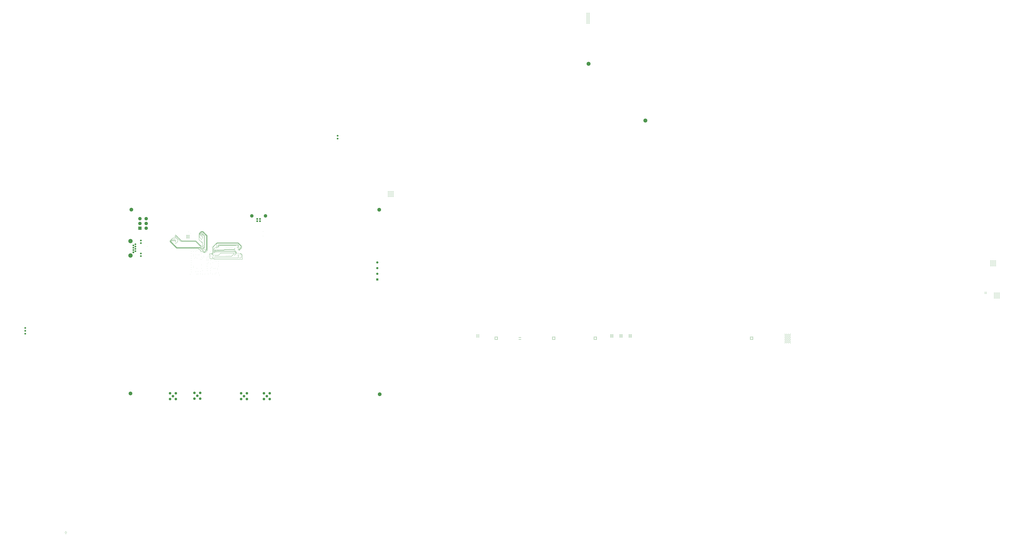
<source format=gbr>
G04*
G04 #@! TF.GenerationSoftware,Altium Limited,Altium Designer,22.11.1 (43)*
G04*
G04 Layer_Physical_Order=3*
G04 Layer_Color=6736896*
%FSLAX44Y44*%
%MOMM*%
G71*
G04*
G04 #@! TF.SameCoordinates,685F9FB9-B41E-4883-9AF5-229453B53175*
G04*
G04*
G04 #@! TF.FilePolarity,Positive*
G04*
G01*
G75*
%ADD89C,0.1270*%
%ADD98C,3.3020*%
%ADD99C,0.6000*%
%ADD100C,3.8100*%
G04:AMPARAMS|DCode=101|XSize=1.524mm|YSize=1.524mm|CornerRadius=0mm|HoleSize=0mm|Usage=FLASHONLY|Rotation=270.000|XOffset=0mm|YOffset=0mm|HoleType=Round|Shape=Octagon|*
%AMOCTAGOND101*
4,1,8,-0.3810,-0.7620,0.3810,-0.7620,0.7620,-0.3810,0.7620,0.3810,0.3810,0.7620,-0.3810,0.7620,-0.7620,0.3810,-0.7620,-0.3810,-0.3810,-0.7620,0.0*
%
%ADD101OCTAGOND101*%

%ADD102C,1.5240*%
%ADD103C,1.9050*%
%ADD104R,1.9050X1.9050*%
%ADD105C,3.5000*%
%ADD106C,3.0000*%
%ADD107C,1.6000*%
%ADD108C,2.2000*%
%ADD109R,3.0000X3.0000*%
%ADD110C,0.2700*%
%ADD111C,0.3302*%
%ADD112C,0.2032*%
%ADD113C,0.2400*%
%ADD114C,0.2540*%
%ADD115C,0.5000*%
%ADD116C,0.5080*%
%ADD117C,0.5588*%
D89*
X504497Y1411903D02*
X549000Y1367400D01*
X324696Y1469758D02*
X379408Y1415046D01*
X506317D01*
X553963Y1367400D01*
X324682Y1455603D02*
X371176Y1409109D01*
X331391Y1459112D02*
X378600Y1411903D01*
X504497D01*
X501132Y1409109D02*
X537095Y1373147D01*
X371176Y1409109D02*
X501132D01*
X681612Y1317400D02*
X848897D01*
X276787Y1406972D02*
X334951Y1348808D01*
X276787Y1414788D02*
X302923Y1440923D01*
X324696D01*
X276787Y1406972D02*
Y1414788D01*
X531520Y1343828D02*
Y1344880D01*
X530930Y1343238D02*
X531520Y1343828D01*
X537960Y1338440D02*
X545993Y1330407D01*
X536318Y1337850D02*
X536908Y1338440D01*
X533162Y1337850D02*
X536318D01*
X536908Y1338440D02*
X537960D01*
X530930Y1340082D02*
X533162Y1337850D01*
X545993Y1329355D02*
Y1330407D01*
X530930Y1340082D02*
Y1343238D01*
X545491Y1328853D02*
X545993Y1329355D01*
X527592Y1348808D02*
X531520Y1344880D01*
X550453Y1323891D02*
X550955Y1324393D01*
X545491Y1325947D02*
X547547Y1323891D01*
X334951Y1348808D02*
X527592D01*
X545491Y1325947D02*
Y1328853D01*
X547547Y1323891D02*
X550453D01*
X552007Y1324393D02*
X559000Y1317400D01*
X550955Y1324393D02*
X552007D01*
X280739Y1413634D02*
X295546Y1428442D01*
X324736D01*
X280739Y1406972D02*
X336109Y1351602D01*
X280739Y1406972D02*
Y1413634D01*
X545993Y1349355D02*
Y1350407D01*
X545491Y1348853D02*
X545993Y1349355D01*
X545491Y1345947D02*
X550340Y1341097D01*
X545491Y1345947D02*
Y1348853D01*
X550340Y1341097D02*
X555303D01*
X559000Y1337400D01*
X336109Y1351602D02*
X544798D01*
X544798D02*
X545993Y1350407D01*
X555528Y1343891D02*
X560528D01*
X283533Y1408129D02*
X337266Y1354396D01*
X555528Y1343891D02*
Y1345834D01*
X546966Y1354396D02*
X555528Y1345834D01*
X337266Y1354396D02*
X546966D01*
X573662Y1355194D02*
X579000Y1360532D01*
X560528Y1343891D02*
X571832Y1355194D01*
X573662D01*
X283533Y1408129D02*
Y1411496D01*
X291258Y1419222D01*
X326315D02*
X328371Y1417166D01*
Y1411057D02*
Y1417166D01*
X324773Y1407459D02*
X328371Y1411057D01*
X291258Y1419222D02*
X326315D01*
X324773Y1400963D02*
Y1407459D01*
X579000Y1360532D02*
Y1367400D01*
X324862Y1388072D02*
X345723Y1408934D01*
X321173Y1449409D02*
X345723Y1424858D01*
Y1408934D02*
Y1424858D01*
X321173Y1449409D02*
Y1457057D01*
X323228Y1459112D01*
X331391D01*
X286327Y1409287D02*
X338423Y1357190D01*
X548790D01*
X549000Y1357400D01*
X286327Y1409287D02*
Y1410339D01*
X291701Y1415713D01*
X324862D01*
X537095Y1373147D02*
X537879Y1372363D01*
X539000D01*
X559000Y1352362D01*
Y1347400D02*
Y1352362D01*
X553963Y1367400D02*
X559000D01*
X569000D02*
X577547Y1375947D01*
Y1459032D01*
X559000Y1477579D02*
X577547Y1459032D01*
X563876Y1362524D02*
X569000Y1357400D01*
X563876Y1362524D02*
Y1398171D01*
X558752Y1403295D02*
X563876Y1398171D01*
X558752Y1403295D02*
Y1409711D01*
X532662Y1481313D02*
X550439Y1499091D01*
X567897D02*
X607070Y1459918D01*
Y1330082D02*
Y1459918D01*
X550439Y1499091D02*
X567897D01*
X588085Y1311097D02*
X607070Y1330082D01*
X576389Y1311097D02*
X588085D01*
X565491Y1321995D02*
X576389Y1311097D01*
X565491Y1321995D02*
Y1338853D01*
X574038Y1347400D01*
X579000D01*
X532662Y1424423D02*
Y1481313D01*
Y1424423D02*
X559055Y1398029D01*
X569000Y1347400D02*
X574000Y1352400D01*
X581457D01*
X582509Y1353452D01*
Y1459032D01*
X560003Y1481539D02*
X582509Y1459032D01*
X553449Y1481539D02*
X560003D01*
X552705Y1480795D02*
X553449Y1481539D01*
X552705Y1476230D02*
Y1480795D01*
Y1476230D02*
X564740Y1464195D01*
Y1438717D02*
Y1464195D01*
X563996Y1437973D02*
X564740Y1438717D01*
X559000Y1437973D02*
X563996D01*
X566740Y1496297D02*
X602725Y1460312D01*
X536206Y1478924D02*
X553579Y1496297D01*
X565583Y1493503D02*
X599931Y1459155D01*
X554736Y1493503D02*
X565583D01*
X542385Y1477200D02*
X555894Y1490709D01*
X539000Y1477767D02*
X554736Y1493503D01*
X563639Y1490709D02*
X597137Y1457211D01*
X553579Y1496297D02*
X566740D01*
X555894Y1490709D02*
X563639D01*
X539000Y1471773D02*
Y1477767D01*
X536206Y1446602D02*
Y1478924D01*
X539000Y1471773D02*
X559000Y1451773D01*
X542385Y1475293D02*
X552705Y1464973D01*
X542385Y1475293D02*
Y1477200D01*
X552705Y1464973D02*
X559000D01*
X536206Y1446602D02*
X558877Y1423931D01*
X602725Y1337173D02*
Y1460312D01*
X599931Y1338331D02*
Y1459155D01*
X597137Y1340892D02*
Y1457211D01*
X599450Y1333899D02*
X602725Y1337173D01*
X569000Y1322437D02*
Y1337400D01*
Y1322437D02*
X577547Y1313891D01*
X580453D01*
X599450Y1332888D01*
Y1333899D01*
X579000Y1317400D02*
X599931Y1338331D01*
X579387Y1337400D02*
X581457Y1339470D01*
X595715D01*
X579000Y1337400D02*
X579387D01*
X595715Y1339470D02*
X597137Y1340892D01*
X626235Y1301151D02*
X642751D01*
X649000Y1307400D01*
X625491Y1300407D02*
X626235Y1301151D01*
X625491Y1295947D02*
Y1300407D01*
X629000Y1260187D02*
Y1292437D01*
X625491Y1295947D02*
X629000Y1292437D01*
X914072Y1251903D02*
Y1290412D01*
X629000Y1260187D02*
X632474Y1256713D01*
X664578D01*
X669388Y1251903D01*
X914072D01*
X894637Y1302605D02*
X901879D01*
X914072Y1290412D01*
X878637Y1265458D02*
Y1294605D01*
X649000Y1265458D02*
Y1277400D01*
X877893Y1264714D02*
X878637Y1265458D01*
X649000D02*
X649744Y1264714D01*
X877893D01*
X687546Y1360909D02*
Y1387474D01*
Y1353816D02*
X689000Y1352362D01*
X687546Y1387474D02*
X692854Y1392782D01*
X687546Y1353816D02*
Y1353891D01*
X685491Y1358853D02*
X687546Y1360909D01*
X685491Y1355947D02*
Y1358853D01*
Y1355947D02*
X687546Y1353891D01*
X689000Y1347400D02*
Y1352362D01*
X652568Y1360398D02*
X690540Y1398370D01*
X883128Y1331400D02*
X884879D01*
X888090Y1331096D02*
X908188Y1351194D01*
Y1367861D01*
X884879Y1331400D02*
X885183Y1331096D01*
X888090D01*
X877679Y1398370D02*
X908188Y1367861D01*
X690540Y1398370D02*
X877679D01*
X886637Y1302605D02*
X886854Y1302822D01*
X876481Y1365245D02*
Y1374041D01*
X870637Y1359401D02*
X876481Y1365245D01*
X870637Y1350605D02*
Y1359401D01*
X874581Y1375941D02*
X876481Y1374041D01*
X707623Y1375941D02*
X874581D01*
X714747Y1373147D02*
X858107D01*
X699000Y1357400D02*
X714747Y1373147D01*
X891128Y1301151D02*
X893183Y1299096D01*
X901437D01*
X905428Y1295105D01*
X891128Y1301151D02*
Y1301861D01*
X905428Y1268614D02*
Y1295105D01*
X890384Y1302605D02*
X891128Y1301861D01*
X652568Y1306005D02*
Y1360398D01*
X657639Y1290466D02*
X659000Y1289106D01*
Y1277400D02*
Y1289106D01*
X650971Y1290466D02*
X657639D01*
X645491Y1295947D02*
X650971Y1290466D01*
X645491Y1295947D02*
Y1298929D01*
X652568Y1306005D01*
X883128Y1331400D02*
Y1336058D01*
X657639Y1302605D02*
Y1361518D01*
X649000Y1297400D02*
X652434D01*
X657639Y1302605D01*
Y1361518D02*
X691697Y1395576D01*
X664531Y1311660D02*
X673260D01*
Y1326622D02*
X677546Y1330909D01*
X680528D01*
X673260Y1311660D02*
Y1326622D01*
X680528Y1330909D02*
X687546Y1323891D01*
X695981D02*
X697300Y1325210D01*
X687546Y1323891D02*
X695981D01*
X705734Y1325210D02*
X706909Y1324035D01*
X697300Y1325210D02*
X705734D01*
X689000Y1327400D02*
X692169Y1330569D01*
X751552D02*
X756832Y1335849D01*
X751861Y1334829D02*
X755675Y1338643D01*
X692169Y1330569D02*
X751552D01*
X671580Y1334829D02*
X751861D01*
X669000Y1332249D02*
X671580Y1334829D01*
X755675Y1338643D02*
X843484D01*
X669000Y1317400D02*
Y1332249D01*
X846213Y1324035D02*
X858146Y1312102D01*
X706909Y1324035D02*
X846213D01*
X858146Y1301151D02*
Y1312102D01*
X853091Y1296096D02*
X858146Y1301151D01*
X851966Y1296096D02*
X853091D01*
X846637Y1290767D02*
X851966Y1296096D01*
X846637Y1286605D02*
Y1290767D01*
X692854Y1392782D02*
X875364D01*
X691697Y1395576D02*
X876522D01*
X905395Y1366703D01*
X875364Y1392782D02*
X895948Y1372198D01*
X879948Y1353776D02*
Y1378545D01*
Y1353776D02*
X883128Y1350596D01*
X878150Y1380343D02*
X879948Y1378545D01*
X891128Y1346359D02*
X896720Y1351952D01*
X895948Y1353776D02*
X896720Y1353004D01*
X895948Y1353776D02*
Y1372198D01*
X896720Y1351952D02*
Y1353004D01*
X905395Y1356626D02*
Y1366703D01*
X894637Y1345869D02*
X905395Y1356626D01*
X670080Y1287800D02*
X703703D01*
X722017Y1306114D01*
X843382Y1302822D02*
X846419D01*
X840090Y1306114D02*
X843382Y1302822D01*
X722017Y1306114D02*
X840090D01*
X846419Y1302822D02*
X846637Y1302605D01*
X818025Y1277503D02*
X838637Y1298115D01*
X669103Y1277503D02*
X818025D01*
X838637Y1298115D02*
Y1302605D01*
X663787Y1342187D02*
X679000Y1357400D01*
X663787Y1312404D02*
Y1342187D01*
X901528Y1264714D02*
X905428Y1268614D01*
X887803Y1264714D02*
X901528D01*
X885714Y1262625D02*
X887803Y1264714D01*
X883128Y1336058D02*
X886419Y1339350D01*
Y1342387D01*
X886637Y1342605D01*
X844600Y1338579D02*
X846637Y1340615D01*
X843484Y1338643D02*
X843548Y1338579D01*
X844600D01*
X756832Y1335849D02*
X842326D01*
X846637Y1340615D02*
Y1350605D01*
X679000Y1320012D02*
X681612Y1317400D01*
X848897D02*
X854637Y1311660D01*
X679000Y1320012D02*
Y1327400D01*
X663787Y1312404D02*
X664531Y1311660D01*
X842326Y1335849D02*
X862637Y1315538D01*
Y1302605D02*
Y1315538D01*
X703260Y1371578D02*
X707623Y1375941D01*
X703260Y1366698D02*
Y1371578D01*
X693962Y1357400D02*
X703260Y1366698D01*
X689000Y1357400D02*
X693962D01*
X854637Y1302605D02*
Y1311660D01*
X873842Y1307400D02*
X878637Y1302605D01*
X894637Y1342605D02*
Y1345869D01*
X891128Y1339096D02*
Y1346359D01*
X886637Y1334605D02*
X891128Y1339096D01*
X699000Y1367400D02*
Y1374041D01*
X705303Y1380343D01*
X878150D01*
X883128Y1342133D02*
Y1350596D01*
X878854Y1337860D02*
X883128Y1342133D01*
X878854Y1334822D02*
Y1337860D01*
X878637Y1334605D02*
X878854Y1334822D01*
D98*
X-69850Y71628D02*
D03*
X2121154Y65024D02*
D03*
X2116836Y1688592D02*
D03*
X-62213Y1689432D02*
D03*
D99*
X445687Y1462339D02*
D03*
X445687Y1451639D02*
D03*
Y1440939D02*
D03*
X434987Y1462339D02*
D03*
Y1451639D02*
D03*
Y1440939D02*
D03*
X424287Y1462339D02*
D03*
X424287Y1451639D02*
D03*
X424287Y1440939D02*
D03*
D100*
X-69850Y1286002D02*
D03*
Y1413002D02*
D03*
D101*
X-44450Y1313942D02*
D03*
D102*
Y1334262D02*
D03*
Y1354582D02*
D03*
Y1374902D02*
D03*
X-26670Y1324102D02*
D03*
Y1344422D02*
D03*
Y1364742D02*
D03*
Y1385062D02*
D03*
X21590Y1280922D02*
D03*
Y1395222D02*
D03*
Y1418082D02*
D03*
Y1303782D02*
D03*
X1751400Y2339760D02*
D03*
Y2314360D02*
D03*
X-995000Y597200D02*
D03*
Y622600D02*
D03*
Y648000D02*
D03*
D103*
X2100000Y1225000D02*
D03*
Y1175000D02*
D03*
Y1125000D02*
D03*
D104*
Y1075000D02*
D03*
D105*
X4457580Y2473300D02*
D03*
X3957580Y2973300D02*
D03*
D106*
X996640Y1634754D02*
D03*
X1117040Y1634754D02*
D03*
X13208Y1567942D02*
D03*
Y1609942D02*
D03*
X68208Y1525942D02*
D03*
Y1567942D02*
D03*
Y1609942D02*
D03*
D107*
X1069340Y1607754D02*
D03*
X1044340D02*
D03*
X1069340Y1587754D02*
D03*
X1044340D02*
D03*
D108*
X902800Y73280D02*
D03*
Y22480D02*
D03*
X953600D02*
D03*
Y73280D02*
D03*
X928200Y47880D02*
D03*
X1103600Y73280D02*
D03*
Y22480D02*
D03*
X1154400D02*
D03*
Y73280D02*
D03*
X1129000Y47880D02*
D03*
X492220Y77090D02*
D03*
Y26290D02*
D03*
X543020D02*
D03*
Y77090D02*
D03*
X517620Y51690D02*
D03*
X277800Y73280D02*
D03*
Y22480D02*
D03*
X328600D02*
D03*
Y73280D02*
D03*
X303200Y47880D02*
D03*
D109*
X13208Y1525942D02*
D03*
D110*
X1096330Y1496251D02*
D03*
Y1457135D02*
D03*
X77271Y1366528D02*
D03*
X442487Y1494458D02*
D03*
X410487Y1421739D02*
D03*
X579000Y1367400D02*
D03*
X569000D02*
D03*
X324862Y1388072D02*
D03*
X324773Y1400963D02*
D03*
X324862Y1415713D02*
D03*
X324736Y1428442D02*
D03*
X324696Y1440923D02*
D03*
X324682Y1455603D02*
D03*
X324696Y1469758D02*
D03*
X559055Y1398029D02*
D03*
X558752Y1409711D02*
D03*
X558877Y1423931D02*
D03*
X559000Y1437973D02*
D03*
Y1451773D02*
D03*
Y1464973D02*
D03*
Y1477579D02*
D03*
X459487Y1481539D02*
D03*
X549000Y1317400D02*
D03*
X559000D02*
D03*
X579000D02*
D03*
X549000Y1327400D02*
D03*
Y1337400D02*
D03*
X559000D02*
D03*
X569000D02*
D03*
X579000D02*
D03*
X539000Y1347400D02*
D03*
X549000D02*
D03*
X559000D02*
D03*
X569000D02*
D03*
X579000D02*
D03*
X569000Y1357400D02*
D03*
X549000D02*
D03*
Y1367400D02*
D03*
X559000D02*
D03*
X539000D02*
D03*
X529000D02*
D03*
X870637Y1294605D02*
D03*
X670080Y1287800D02*
D03*
X846637Y1286605D02*
D03*
X862637Y1294605D02*
D03*
X878637D02*
D03*
X886637Y1294605D02*
D03*
X838637Y1302605D02*
D03*
X846637Y1302605D02*
D03*
X854637D02*
D03*
X862637D02*
D03*
X870637D02*
D03*
X878637D02*
D03*
X886637D02*
D03*
X894637Y1302605D02*
D03*
X846637Y1350605D02*
D03*
X854637Y1334605D02*
D03*
X870637Y1334605D02*
D03*
Y1342605D02*
D03*
X878637D02*
D03*
X886637D02*
D03*
X894637D02*
D03*
X886637Y1334605D02*
D03*
X878637D02*
D03*
X629000Y1297400D02*
D03*
X649000D02*
D03*
X659000D02*
D03*
X669000D02*
D03*
X649000Y1277400D02*
D03*
X639000Y1307400D02*
D03*
X649000D02*
D03*
X669000D02*
D03*
X679000D02*
D03*
X689000D02*
D03*
X669000Y1317400D02*
D03*
Y1337400D02*
D03*
X679000Y1327400D02*
D03*
X689000D02*
D03*
Y1347400D02*
D03*
X679000Y1357400D02*
D03*
X689000D02*
D03*
X699000D02*
D03*
X709000D02*
D03*
X699000Y1367400D02*
D03*
X659000Y1277400D02*
D03*
X669103Y1277503D02*
D03*
D111*
X294513Y1348166D02*
D03*
X294640Y1411903D02*
D03*
X703395Y1301775D02*
D03*
X683330Y1301730D02*
D03*
X703187Y1321400D02*
D03*
X683000D02*
D03*
X634397Y1173127D02*
D03*
X644740Y1183140D02*
D03*
X514740Y1173140D02*
D03*
X524740Y1143140D02*
D03*
X564740Y1153140D02*
D03*
X554799Y1172538D02*
D03*
X554740Y1203140D02*
D03*
X663128Y1361570D02*
D03*
X643260Y1362260D02*
D03*
X623260D02*
D03*
X603260Y1331660D02*
D03*
Y1311660D02*
D03*
Y1271660D02*
D03*
X613260Y1281660D02*
D03*
X683260Y1232740D02*
D03*
X703260D02*
D03*
Y1213140D02*
D03*
Y1192740D02*
D03*
X683260Y1132740D02*
D03*
X703260D02*
D03*
X713260Y1112740D02*
D03*
X673260Y1123140D02*
D03*
X653260D02*
D03*
X613260D02*
D03*
X584740Y1122740D02*
D03*
X564740D02*
D03*
X544740Y1123740D02*
D03*
Y1143140D02*
D03*
X504740D02*
D03*
X515080Y1261920D02*
D03*
X574740Y1281660D02*
D03*
X575080Y1271920D02*
D03*
X564740Y1261660D02*
D03*
X543958Y1252460D02*
D03*
X554740Y1251660D02*
D03*
Y1271660D02*
D03*
X504740Y1291660D02*
D03*
X524740D02*
D03*
X534740D02*
D03*
X584740Y1301660D02*
D03*
X575080Y1331660D02*
D03*
X554740D02*
D03*
X564740Y1311660D02*
D03*
X554740Y1301660D02*
D03*
X544740Y1311660D02*
D03*
X504740Y1321660D02*
D03*
X514740Y1331660D02*
D03*
X484740Y1341660D02*
D03*
X534740D02*
D03*
X494740Y1361660D02*
D03*
X514740D02*
D03*
X574740D02*
D03*
X694670Y1161730D02*
D03*
Y1173070D02*
D03*
X663300Y1171700D02*
D03*
X675000Y1173400D02*
D03*
X695000Y1341400D02*
D03*
X625400Y1311000D02*
D03*
X634740Y1321660D02*
D03*
X623600Y1282000D02*
D03*
X634740Y1283140D02*
D03*
X664000Y1251903D02*
D03*
X644000Y1252903D02*
D03*
X633600Y1211700D02*
D03*
X654400Y1222000D02*
D03*
X604700Y1171700D02*
D03*
Y1153100D02*
D03*
X601787Y1260187D02*
D03*
X602000Y1250000D02*
D03*
X633600Y1132000D02*
D03*
Y1152000D02*
D03*
X514000Y1122400D02*
D03*
X524500Y1122900D02*
D03*
X465000Y1141400D02*
D03*
X455400Y1121000D02*
D03*
X484400Y1192000D02*
D03*
Y1182000D02*
D03*
X463400Y1163000D02*
D03*
X464400Y1182000D02*
D03*
X464000Y1203000D02*
D03*
X464400Y1222400D02*
D03*
Y1261873D02*
D03*
Y1242200D02*
D03*
X503340Y1271740D02*
D03*
X495000Y1261400D02*
D03*
X484660Y1281740D02*
D03*
X484340Y1292740D02*
D03*
X464437Y1281740D02*
D03*
X464740Y1301660D02*
D03*
X474000Y1363000D02*
D03*
X484340Y1322000D02*
D03*
X603600Y1192000D02*
D03*
X604700Y1211700D02*
D03*
X634740Y1241660D02*
D03*
X614200Y1242200D02*
D03*
X614137Y1253000D02*
D03*
X464400Y1322000D02*
D03*
X464740Y1341660D02*
D03*
X453000Y1361000D02*
D03*
X614000Y1222400D02*
D03*
X602870Y1243870D02*
D03*
X614000Y1273000D02*
D03*
D112*
X850775Y1346743D02*
D03*
X826498Y1290466D02*
D03*
X794447D02*
D03*
X802447D02*
D03*
X842775Y1290415D02*
D03*
X850775D02*
D03*
X842826Y1346743D02*
D03*
X794498Y1346743D02*
D03*
X802498Y1346743D02*
D03*
X818151Y1347091D02*
D03*
X867123Y1282119D02*
D03*
X770151Y1347091D02*
D03*
X867123Y1355091D02*
D03*
X802151Y1282119D02*
D03*
X810151D02*
D03*
X818151D02*
D03*
X875123Y1355091D02*
D03*
X883123Y1355091D02*
D03*
X891123D02*
D03*
X899123D02*
D03*
X826151Y1355091D02*
D03*
X818151Y1355091D02*
D03*
X810151D02*
D03*
X802151D02*
D03*
X794151Y1355091D02*
D03*
X786151Y1355091D02*
D03*
X794151Y1282119D02*
D03*
X786151Y1282119D02*
D03*
X778151D02*
D03*
X770151D02*
D03*
X899123D02*
D03*
X891123D02*
D03*
X883123D02*
D03*
X875123Y1282119D02*
D03*
D113*
X778151Y1355091D02*
D03*
D114*
X770151D02*
D03*
X534740Y1361660D02*
D03*
X554740D02*
D03*
X673000Y1331400D02*
D03*
D115*
X3964580Y3329540D02*
D03*
X3953580D02*
D03*
X3942580D02*
D03*
X3964580Y3340540D02*
D03*
X3953580D02*
D03*
X3942580D02*
D03*
X3964580Y3351540D02*
D03*
X3953580D02*
D03*
X3942580D02*
D03*
X3964580Y3362540D02*
D03*
X3953580D02*
D03*
X3942580D02*
D03*
X3964580Y3373540D02*
D03*
X3953580D02*
D03*
X3942580D02*
D03*
X3964580Y3384540D02*
D03*
X3953580D02*
D03*
X3942580D02*
D03*
X3964580Y3395540D02*
D03*
X3953580D02*
D03*
X3942580D02*
D03*
X3964580Y3406540D02*
D03*
X3953580D02*
D03*
X3942580D02*
D03*
X3964580Y3417540D02*
D03*
X3953580D02*
D03*
X3942580D02*
D03*
X2196760Y1848680D02*
D03*
X2207760D02*
D03*
X2218760D02*
D03*
X2229760D02*
D03*
X2240760D02*
D03*
X2196760Y1837680D02*
D03*
X2207760D02*
D03*
X2218760D02*
D03*
X2229760D02*
D03*
X2240760D02*
D03*
X2196760Y1826680D02*
D03*
X2207760D02*
D03*
X2218760D02*
D03*
X2229760D02*
D03*
X2240760D02*
D03*
X2196760Y1815680D02*
D03*
X2207760D02*
D03*
X2218760D02*
D03*
X2229760D02*
D03*
X2240760D02*
D03*
X2196760Y1804680D02*
D03*
X2207760D02*
D03*
X2218760D02*
D03*
X2229760D02*
D03*
X2240760D02*
D03*
X7492660Y1239080D02*
D03*
X7503660D02*
D03*
X7514660D02*
D03*
X7525660D02*
D03*
X7536660D02*
D03*
X7492660Y1228080D02*
D03*
X7503660D02*
D03*
X7514660D02*
D03*
X7525660D02*
D03*
X7536660D02*
D03*
X7492660Y1217080D02*
D03*
X7503660D02*
D03*
X7514660D02*
D03*
X7525660D02*
D03*
X7536660D02*
D03*
X7492660Y1206080D02*
D03*
X7503660D02*
D03*
X7514660D02*
D03*
X7525660D02*
D03*
X7536660D02*
D03*
X7492660Y1195080D02*
D03*
X7503660D02*
D03*
X7514660D02*
D03*
X7525660D02*
D03*
X7536660D02*
D03*
X7569860Y911800D02*
D03*
X7558860D02*
D03*
X7547860D02*
D03*
X7536860D02*
D03*
X7525860D02*
D03*
X7569860Y922800D02*
D03*
X7558860D02*
D03*
X7547860D02*
D03*
X7536860D02*
D03*
X7525860D02*
D03*
X7569860Y933800D02*
D03*
X7558860D02*
D03*
X7547860D02*
D03*
X7536860D02*
D03*
X7525860D02*
D03*
X7569860Y944800D02*
D03*
X7558860D02*
D03*
X7547860D02*
D03*
X7536860D02*
D03*
X7525860D02*
D03*
X7569860Y955800D02*
D03*
X7558860D02*
D03*
X7547860D02*
D03*
X7536860D02*
D03*
X7525860D02*
D03*
X7443300Y962160D02*
D03*
X7454300D02*
D03*
X7443300Y951160D02*
D03*
X7454300D02*
D03*
X5402560Y554010D02*
D03*
Y561310D02*
D03*
Y568660D02*
D03*
X5387906Y546656D02*
D03*
X5395206D02*
D03*
X5402557D02*
D03*
X5380540Y554010D02*
D03*
Y546660D02*
D03*
Y561310D02*
D03*
Y568660D02*
D03*
X5387910D02*
D03*
X5395210D02*
D03*
X-638000Y-1143500D02*
D03*
X-643750Y-1153000D02*
D03*
X-632250D02*
D03*
X-638000Y-1162500D02*
D03*
X4028420Y554010D02*
D03*
Y561310D02*
D03*
Y568660D02*
D03*
X4013766Y546656D02*
D03*
X4021067D02*
D03*
X4028416D02*
D03*
X4006400Y554010D02*
D03*
Y546660D02*
D03*
Y561310D02*
D03*
Y568660D02*
D03*
X4013770D02*
D03*
X4021070D02*
D03*
X3662660Y554010D02*
D03*
Y561310D02*
D03*
Y568660D02*
D03*
X3648007Y546656D02*
D03*
X3655306D02*
D03*
X3662657D02*
D03*
X3640640Y554010D02*
D03*
Y546660D02*
D03*
Y561310D02*
D03*
Y568660D02*
D03*
X3648010D02*
D03*
X3655310D02*
D03*
X3346540Y547080D02*
D03*
X3354340D02*
D03*
X3362140D02*
D03*
Y564280D02*
D03*
X3354340D02*
D03*
X3346540D02*
D03*
X3157200Y554010D02*
D03*
Y561310D02*
D03*
Y568660D02*
D03*
X3142546Y546656D02*
D03*
X3149846D02*
D03*
X3157196D02*
D03*
X3135180Y554010D02*
D03*
Y546660D02*
D03*
Y561310D02*
D03*
Y568660D02*
D03*
X3142550D02*
D03*
X3149850D02*
D03*
X2993481Y578201D02*
D03*
Y588201D02*
D03*
X2983481Y578201D02*
D03*
X2973481D02*
D03*
Y568201D02*
D03*
Y588201D02*
D03*
X2983481D02*
D03*
Y568201D02*
D03*
X2993481D02*
D03*
D116*
X5686040Y593440D02*
D03*
X5701280D02*
D03*
X5716520D02*
D03*
X5731760D02*
D03*
X5724140Y585820D02*
D03*
X5693660D02*
D03*
X5731760Y578200D02*
D03*
X5716520D02*
D03*
X5701280D02*
D03*
X5686040D02*
D03*
X5724140Y570580D02*
D03*
X5693660D02*
D03*
X5731760Y562960D02*
D03*
X5716520D02*
D03*
X5701280D02*
D03*
X5686040D02*
D03*
X5724140Y555340D02*
D03*
X5693660D02*
D03*
X5731760Y547720D02*
D03*
X5716520D02*
D03*
X5701280D02*
D03*
X5686040D02*
D03*
X5724140Y540100D02*
D03*
X5708900D02*
D03*
X5693660D02*
D03*
X5731760Y532480D02*
D03*
X5716520D02*
D03*
X5701280D02*
D03*
X5724140Y524860D02*
D03*
X5708900D02*
D03*
X5731760Y517240D02*
D03*
X5716520D02*
D03*
X5701280D02*
D03*
X5686040D02*
D03*
Y532480D02*
D03*
X5693660Y524860D02*
D03*
X5708900Y585820D02*
D03*
Y570580D02*
D03*
Y555340D02*
D03*
D117*
X4334600Y588200D02*
D03*
X4324600D02*
D03*
X4314600D02*
D03*
Y578200D02*
D03*
X4324600D02*
D03*
X4334600D02*
D03*
Y568200D02*
D03*
X4324600D02*
D03*
X4314600D02*
D03*
X4253320Y588200D02*
D03*
X4243320D02*
D03*
X4233320D02*
D03*
Y578200D02*
D03*
X4243320D02*
D03*
X4253320D02*
D03*
Y568200D02*
D03*
X4243320D02*
D03*
X4233320D02*
D03*
X4172040Y588200D02*
D03*
X4162040D02*
D03*
X4152040D02*
D03*
Y578200D02*
D03*
X4162040D02*
D03*
X4172040D02*
D03*
Y568200D02*
D03*
X4162040D02*
D03*
X4152040D02*
D03*
M02*

</source>
